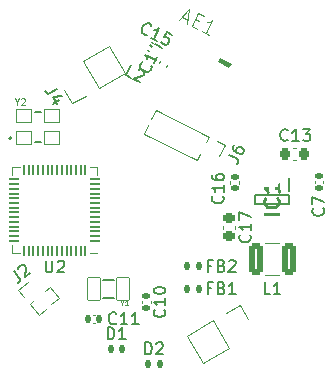
<source format=gbr>
%TF.GenerationSoftware,KiCad,Pcbnew,7.0.5-0*%
%TF.CreationDate,2023-09-08T15:05:08-04:00*%
%TF.ProjectId,rodentdbs,726f6465-6e74-4646-9273-2e6b69636164,rev?*%
%TF.SameCoordinates,Original*%
%TF.FileFunction,Legend,Top*%
%TF.FilePolarity,Positive*%
%FSLAX46Y46*%
G04 Gerber Fmt 4.6, Leading zero omitted, Abs format (unit mm)*
G04 Created by KiCad (PCBNEW 7.0.5-0) date 2023-09-08 15:05:08*
%MOMM*%
%LPD*%
G01*
G04 APERTURE LIST*
G04 Aperture macros list*
%AMRoundRect*
0 Rectangle with rounded corners*
0 $1 Rounding radius*
0 $2 $3 $4 $5 $6 $7 $8 $9 X,Y pos of 4 corners*
0 Add a 4 corners polygon primitive as box body*
4,1,4,$2,$3,$4,$5,$6,$7,$8,$9,$2,$3,0*
0 Add four circle primitives for the rounded corners*
1,1,$1+$1,$2,$3*
1,1,$1+$1,$4,$5*
1,1,$1+$1,$6,$7*
1,1,$1+$1,$8,$9*
0 Add four rect primitives between the rounded corners*
20,1,$1+$1,$2,$3,$4,$5,0*
20,1,$1+$1,$4,$5,$6,$7,0*
20,1,$1+$1,$6,$7,$8,$9,0*
20,1,$1+$1,$8,$9,$2,$3,0*%
%AMHorizOval*
0 Thick line with rounded ends*
0 $1 width*
0 $2 $3 position (X,Y) of the first rounded end (center of the circle)*
0 $4 $5 position (X,Y) of the second rounded end (center of the circle)*
0 Add line between two ends*
20,1,$1,$2,$3,$4,$5,0*
0 Add two circle primitives to create the rounded ends*
1,1,$1,$2,$3*
1,1,$1,$4,$5*%
%AMRotRect*
0 Rectangle, with rotation*
0 The origin of the aperture is its center*
0 $1 length*
0 $2 width*
0 $3 Rotation angle, in degrees counterclockwise*
0 Add horizontal line*
21,1,$1,$2,0,0,$3*%
G04 Aperture macros list end*
%ADD10C,0.254000*%
%ADD11C,0.150000*%
%ADD12C,0.048868*%
%ADD13C,0.040121*%
%ADD14C,0.101683*%
%ADD15C,0.200000*%
%ADD16C,0.120000*%
%ADD17C,0.100000*%
%ADD18C,0.127000*%
%ADD19R,0.550000X1.050000*%
%ADD20RotRect,1.000000X1.000000X243.440000*%
%ADD21HorizOval,1.000000X0.000000X0.000000X0.000000X0.000000X0*%
%ADD22RotRect,1.000000X1.000000X40.000000*%
%ADD23HorizOval,1.000000X0.000000X0.000000X0.000000X0.000000X0*%
%ADD24RotRect,1.700000X1.700000X300.000000*%
%ADD25HorizOval,1.700000X0.000000X0.000000X0.000000X0.000000X0*%
%ADD26RoundRect,0.250000X-0.375000X-1.075000X0.375000X-1.075000X0.375000X1.075000X-0.375000X1.075000X0*%
%ADD27RoundRect,0.140000X0.170000X-0.140000X0.170000X0.140000X-0.170000X0.140000X-0.170000X-0.140000X0*%
%ADD28RoundRect,0.225000X0.225000X0.250000X-0.225000X0.250000X-0.225000X-0.250000X0.225000X-0.250000X0*%
%ADD29RotRect,1.700000X1.700000X120.000000*%
%ADD30HorizOval,1.700000X0.000000X0.000000X0.000000X0.000000X0*%
%ADD31RoundRect,0.225000X-0.250000X0.225000X-0.250000X-0.225000X0.250000X-0.225000X0.250000X0.225000X0*%
%ADD32RoundRect,0.147500X-0.147500X-0.172500X0.147500X-0.172500X0.147500X0.172500X-0.147500X0.172500X0*%
%ADD33RoundRect,0.147500X0.209080X0.088307X-0.054765X0.220257X-0.209080X-0.088307X0.054765X-0.220257X0*%
%ADD34RoundRect,0.147500X0.147500X0.172500X-0.147500X0.172500X-0.147500X-0.172500X0.147500X-0.172500X0*%
%ADD35RoundRect,0.140000X-0.201254X-0.089425X0.049175X-0.214667X0.201254X0.089425X-0.049175X0.214667X0*%
%ADD36RoundRect,0.140000X0.089425X-0.201254X0.214667X0.049175X-0.089425X0.201254X-0.214667X-0.049175X0*%
%ADD37RoundRect,0.140000X-0.140000X-0.170000X0.140000X-0.170000X0.140000X0.170000X-0.140000X0.170000X0*%
%ADD38RoundRect,0.140000X-0.170000X0.140000X-0.170000X-0.140000X0.170000X-0.140000X0.170000X0.140000X0*%
%ADD39RoundRect,0.038100X-0.650000X-0.550000X0.650000X-0.550000X0.650000X0.550000X-0.650000X0.550000X0*%
%ADD40RoundRect,0.038100X-0.550000X-0.950000X0.550000X-0.950000X0.550000X0.950000X-0.550000X0.950000X0*%
%ADD41RoundRect,0.050000X0.387500X0.050000X-0.387500X0.050000X-0.387500X-0.050000X0.387500X-0.050000X0*%
%ADD42RoundRect,0.050000X0.050000X0.387500X-0.050000X0.387500X-0.050000X-0.387500X0.050000X-0.387500X0*%
%ADD43R,5.600000X5.600000*%
%ADD44RoundRect,0.038100X-0.894368X-0.670899X0.000099X-1.118034X0.894368X0.670899X-0.000099X1.118034X0*%
%ADD45RoundRect,0.038100X-1.408750X0.312925X1.095756X-0.939052X1.408750X-0.312925X-1.095756X0.939052X0*%
G04 APERTURE END LIST*
D10*
%TO.C,IC1*%
X155999318Y-128259762D02*
X154729318Y-128259762D01*
X155878365Y-126929285D02*
X155938842Y-126989761D01*
X155938842Y-126989761D02*
X155999318Y-127171190D01*
X155999318Y-127171190D02*
X155999318Y-127292142D01*
X155999318Y-127292142D02*
X155938842Y-127473571D01*
X155938842Y-127473571D02*
X155817889Y-127594523D01*
X155817889Y-127594523D02*
X155696937Y-127655000D01*
X155696937Y-127655000D02*
X155455032Y-127715476D01*
X155455032Y-127715476D02*
X155273603Y-127715476D01*
X155273603Y-127715476D02*
X155031699Y-127655000D01*
X155031699Y-127655000D02*
X154910746Y-127594523D01*
X154910746Y-127594523D02*
X154789794Y-127473571D01*
X154789794Y-127473571D02*
X154729318Y-127292142D01*
X154729318Y-127292142D02*
X154729318Y-127171190D01*
X154729318Y-127171190D02*
X154789794Y-126989761D01*
X154789794Y-126989761D02*
X154850270Y-126929285D01*
X155999318Y-125719761D02*
X155999318Y-126445476D01*
X155999318Y-126082619D02*
X154729318Y-126082619D01*
X154729318Y-126082619D02*
X154910746Y-126203571D01*
X154910746Y-126203571D02*
X155031699Y-126324523D01*
X155031699Y-126324523D02*
X155092175Y-126445476D01*
D11*
%TO.C,J6*%
X151763308Y-123244386D02*
X152402213Y-123563768D01*
X152402213Y-123563768D02*
X152508702Y-123670238D01*
X152508702Y-123670238D02*
X152551305Y-123798009D01*
X152551305Y-123798009D02*
X152530022Y-123947082D01*
X152530022Y-123947082D02*
X152487438Y-124032270D01*
X152167859Y-122435106D02*
X152082690Y-122605481D01*
X152082690Y-122605481D02*
X152082700Y-122711960D01*
X152082700Y-122711960D02*
X152104001Y-122775846D01*
X152104001Y-122775846D02*
X152189198Y-122924910D01*
X152189198Y-122924910D02*
X152338280Y-123052672D01*
X152338280Y-123052672D02*
X152679030Y-123223009D01*
X152679030Y-123223009D02*
X152785509Y-123223000D01*
X152785509Y-123223000D02*
X152849395Y-123201698D01*
X152849395Y-123201698D02*
X152934573Y-123137803D01*
X152934573Y-123137803D02*
X153019741Y-122967428D01*
X153019741Y-122967428D02*
X153019732Y-122860949D01*
X153019732Y-122860949D02*
X152998430Y-122797063D01*
X152998430Y-122797063D02*
X152934535Y-122711885D01*
X152934535Y-122711885D02*
X152721567Y-122605425D01*
X152721567Y-122605425D02*
X152615088Y-122605434D01*
X152615088Y-122605434D02*
X152551202Y-122626735D01*
X152551202Y-122626735D02*
X152466024Y-122690631D01*
X152466024Y-122690631D02*
X152380855Y-122861005D01*
X152380855Y-122861005D02*
X152380865Y-122967485D01*
X152380865Y-122967485D02*
X152402166Y-123031370D01*
X152402166Y-123031370D02*
X152466061Y-123116548D01*
%TO.C,J2*%
X133559691Y-133118184D02*
X134018825Y-133665359D01*
X134018825Y-133665359D02*
X134074173Y-133805403D01*
X134074173Y-133805403D02*
X134062434Y-133939577D01*
X134062434Y-133939577D02*
X133983608Y-134067882D01*
X133983608Y-134067882D02*
X133910652Y-134129100D01*
X133949213Y-132915660D02*
X133955083Y-132848573D01*
X133955083Y-132848573D02*
X133997431Y-132750877D01*
X133997431Y-132750877D02*
X134179822Y-132597832D01*
X134179822Y-132597832D02*
X134283388Y-132573093D01*
X134283388Y-132573093D02*
X134350475Y-132578962D01*
X134350475Y-132578962D02*
X134448171Y-132621310D01*
X134448171Y-132621310D02*
X134509389Y-132694266D01*
X134509389Y-132694266D02*
X134564737Y-132834310D01*
X134564737Y-132834310D02*
X134494305Y-133639357D01*
X134494305Y-133639357D02*
X134968523Y-133241441D01*
%TO.C,L1*%
X155278333Y-135074819D02*
X154802143Y-135074819D01*
X154802143Y-135074819D02*
X154802143Y-134074819D01*
X156135476Y-135074819D02*
X155564048Y-135074819D01*
X155849762Y-135074819D02*
X155849762Y-134074819D01*
X155849762Y-134074819D02*
X155754524Y-134217676D01*
X155754524Y-134217676D02*
X155659286Y-134312914D01*
X155659286Y-134312914D02*
X155564048Y-134360533D01*
%TO.C,C16*%
X151239916Y-126758458D02*
X151287536Y-126806077D01*
X151287536Y-126806077D02*
X151335155Y-126948934D01*
X151335155Y-126948934D02*
X151335155Y-127044172D01*
X151335155Y-127044172D02*
X151287536Y-127187029D01*
X151287536Y-127187029D02*
X151192297Y-127282267D01*
X151192297Y-127282267D02*
X151097059Y-127329886D01*
X151097059Y-127329886D02*
X150906583Y-127377505D01*
X150906583Y-127377505D02*
X150763726Y-127377505D01*
X150763726Y-127377505D02*
X150573250Y-127329886D01*
X150573250Y-127329886D02*
X150478012Y-127282267D01*
X150478012Y-127282267D02*
X150382774Y-127187029D01*
X150382774Y-127187029D02*
X150335155Y-127044172D01*
X150335155Y-127044172D02*
X150335155Y-126948934D01*
X150335155Y-126948934D02*
X150382774Y-126806077D01*
X150382774Y-126806077D02*
X150430393Y-126758458D01*
X151335155Y-125806077D02*
X151335155Y-126377505D01*
X151335155Y-126091791D02*
X150335155Y-126091791D01*
X150335155Y-126091791D02*
X150478012Y-126187029D01*
X150478012Y-126187029D02*
X150573250Y-126282267D01*
X150573250Y-126282267D02*
X150620869Y-126377505D01*
X150335155Y-124948934D02*
X150335155Y-125139410D01*
X150335155Y-125139410D02*
X150382774Y-125234648D01*
X150382774Y-125234648D02*
X150430393Y-125282267D01*
X150430393Y-125282267D02*
X150573250Y-125377505D01*
X150573250Y-125377505D02*
X150763726Y-125425124D01*
X150763726Y-125425124D02*
X151144678Y-125425124D01*
X151144678Y-125425124D02*
X151239916Y-125377505D01*
X151239916Y-125377505D02*
X151287536Y-125329886D01*
X151287536Y-125329886D02*
X151335155Y-125234648D01*
X151335155Y-125234648D02*
X151335155Y-125044172D01*
X151335155Y-125044172D02*
X151287536Y-124948934D01*
X151287536Y-124948934D02*
X151239916Y-124901315D01*
X151239916Y-124901315D02*
X151144678Y-124853696D01*
X151144678Y-124853696D02*
X150906583Y-124853696D01*
X150906583Y-124853696D02*
X150811345Y-124901315D01*
X150811345Y-124901315D02*
X150763726Y-124948934D01*
X150763726Y-124948934D02*
X150716107Y-125044172D01*
X150716107Y-125044172D02*
X150716107Y-125234648D01*
X150716107Y-125234648D02*
X150763726Y-125329886D01*
X150763726Y-125329886D02*
X150811345Y-125377505D01*
X150811345Y-125377505D02*
X150906583Y-125425124D01*
%TO.C,C13*%
X156749142Y-122002245D02*
X156701523Y-122049865D01*
X156701523Y-122049865D02*
X156558666Y-122097484D01*
X156558666Y-122097484D02*
X156463428Y-122097484D01*
X156463428Y-122097484D02*
X156320571Y-122049865D01*
X156320571Y-122049865D02*
X156225333Y-121954626D01*
X156225333Y-121954626D02*
X156177714Y-121859388D01*
X156177714Y-121859388D02*
X156130095Y-121668912D01*
X156130095Y-121668912D02*
X156130095Y-121526055D01*
X156130095Y-121526055D02*
X156177714Y-121335579D01*
X156177714Y-121335579D02*
X156225333Y-121240341D01*
X156225333Y-121240341D02*
X156320571Y-121145103D01*
X156320571Y-121145103D02*
X156463428Y-121097484D01*
X156463428Y-121097484D02*
X156558666Y-121097484D01*
X156558666Y-121097484D02*
X156701523Y-121145103D01*
X156701523Y-121145103D02*
X156749142Y-121192722D01*
X157701523Y-122097484D02*
X157130095Y-122097484D01*
X157415809Y-122097484D02*
X157415809Y-121097484D01*
X157415809Y-121097484D02*
X157320571Y-121240341D01*
X157320571Y-121240341D02*
X157225333Y-121335579D01*
X157225333Y-121335579D02*
X157130095Y-121383198D01*
X158034857Y-121097484D02*
X158653904Y-121097484D01*
X158653904Y-121097484D02*
X158320571Y-121478436D01*
X158320571Y-121478436D02*
X158463428Y-121478436D01*
X158463428Y-121478436D02*
X158558666Y-121526055D01*
X158558666Y-121526055D02*
X158606285Y-121573674D01*
X158606285Y-121573674D02*
X158653904Y-121668912D01*
X158653904Y-121668912D02*
X158653904Y-121907007D01*
X158653904Y-121907007D02*
X158606285Y-122002245D01*
X158606285Y-122002245D02*
X158558666Y-122049865D01*
X158558666Y-122049865D02*
X158463428Y-122097484D01*
X158463428Y-122097484D02*
X158177714Y-122097484D01*
X158177714Y-122097484D02*
X158082476Y-122049865D01*
X158082476Y-122049865D02*
X158034857Y-122002245D01*
%TO.C,J4*%
X137259756Y-117706760D02*
X136641167Y-118063903D01*
X136641167Y-118063903D02*
X136493639Y-118094092D01*
X136493639Y-118094092D02*
X136363542Y-118059232D01*
X136363542Y-118059232D02*
X136250874Y-117959324D01*
X136250874Y-117959324D02*
X136203255Y-117876845D01*
X137423462Y-118656973D02*
X136846112Y-118990307D01*
X137634329Y-118260301D02*
X136896692Y-118411247D01*
X136896692Y-118411247D02*
X137206216Y-118947358D01*
%TO.C,C17*%
X153554580Y-130042857D02*
X153602200Y-130090476D01*
X153602200Y-130090476D02*
X153649819Y-130233333D01*
X153649819Y-130233333D02*
X153649819Y-130328571D01*
X153649819Y-130328571D02*
X153602200Y-130471428D01*
X153602200Y-130471428D02*
X153506961Y-130566666D01*
X153506961Y-130566666D02*
X153411723Y-130614285D01*
X153411723Y-130614285D02*
X153221247Y-130661904D01*
X153221247Y-130661904D02*
X153078390Y-130661904D01*
X153078390Y-130661904D02*
X152887914Y-130614285D01*
X152887914Y-130614285D02*
X152792676Y-130566666D01*
X152792676Y-130566666D02*
X152697438Y-130471428D01*
X152697438Y-130471428D02*
X152649819Y-130328571D01*
X152649819Y-130328571D02*
X152649819Y-130233333D01*
X152649819Y-130233333D02*
X152697438Y-130090476D01*
X152697438Y-130090476D02*
X152745057Y-130042857D01*
X153649819Y-129090476D02*
X153649819Y-129661904D01*
X153649819Y-129376190D02*
X152649819Y-129376190D01*
X152649819Y-129376190D02*
X152792676Y-129471428D01*
X152792676Y-129471428D02*
X152887914Y-129566666D01*
X152887914Y-129566666D02*
X152935533Y-129661904D01*
X152649819Y-128757142D02*
X152649819Y-128090476D01*
X152649819Y-128090476D02*
X153649819Y-128519047D01*
%TO.C,C7*%
X159744580Y-127801666D02*
X159792200Y-127849285D01*
X159792200Y-127849285D02*
X159839819Y-127992142D01*
X159839819Y-127992142D02*
X159839819Y-128087380D01*
X159839819Y-128087380D02*
X159792200Y-128230237D01*
X159792200Y-128230237D02*
X159696961Y-128325475D01*
X159696961Y-128325475D02*
X159601723Y-128373094D01*
X159601723Y-128373094D02*
X159411247Y-128420713D01*
X159411247Y-128420713D02*
X159268390Y-128420713D01*
X159268390Y-128420713D02*
X159077914Y-128373094D01*
X159077914Y-128373094D02*
X158982676Y-128325475D01*
X158982676Y-128325475D02*
X158887438Y-128230237D01*
X158887438Y-128230237D02*
X158839819Y-128087380D01*
X158839819Y-128087380D02*
X158839819Y-127992142D01*
X158839819Y-127992142D02*
X158887438Y-127849285D01*
X158887438Y-127849285D02*
X158935057Y-127801666D01*
X158839819Y-127468332D02*
X158839819Y-126801666D01*
X158839819Y-126801666D02*
X159839819Y-127230237D01*
%TO.C,FB2*%
X150296666Y-132646009D02*
X149963333Y-132646009D01*
X149963333Y-133169819D02*
X149963333Y-132169819D01*
X149963333Y-132169819D02*
X150439523Y-132169819D01*
X151153809Y-132646009D02*
X151296666Y-132693628D01*
X151296666Y-132693628D02*
X151344285Y-132741247D01*
X151344285Y-132741247D02*
X151391904Y-132836485D01*
X151391904Y-132836485D02*
X151391904Y-132979342D01*
X151391904Y-132979342D02*
X151344285Y-133074580D01*
X151344285Y-133074580D02*
X151296666Y-133122200D01*
X151296666Y-133122200D02*
X151201428Y-133169819D01*
X151201428Y-133169819D02*
X150820476Y-133169819D01*
X150820476Y-133169819D02*
X150820476Y-132169819D01*
X150820476Y-132169819D02*
X151153809Y-132169819D01*
X151153809Y-132169819D02*
X151249047Y-132217438D01*
X151249047Y-132217438D02*
X151296666Y-132265057D01*
X151296666Y-132265057D02*
X151344285Y-132360295D01*
X151344285Y-132360295D02*
X151344285Y-132455533D01*
X151344285Y-132455533D02*
X151296666Y-132550771D01*
X151296666Y-132550771D02*
X151249047Y-132598390D01*
X151249047Y-132598390D02*
X151153809Y-132646009D01*
X151153809Y-132646009D02*
X150820476Y-132646009D01*
X151772857Y-132265057D02*
X151820476Y-132217438D01*
X151820476Y-132217438D02*
X151915714Y-132169819D01*
X151915714Y-132169819D02*
X152153809Y-132169819D01*
X152153809Y-132169819D02*
X152249047Y-132217438D01*
X152249047Y-132217438D02*
X152296666Y-132265057D01*
X152296666Y-132265057D02*
X152344285Y-132360295D01*
X152344285Y-132360295D02*
X152344285Y-132455533D01*
X152344285Y-132455533D02*
X152296666Y-132598390D01*
X152296666Y-132598390D02*
X151725238Y-133169819D01*
X151725238Y-133169819D02*
X152344285Y-133169819D01*
%TO.C,FB1*%
X150296666Y-134551009D02*
X149963333Y-134551009D01*
X149963333Y-135074819D02*
X149963333Y-134074819D01*
X149963333Y-134074819D02*
X150439523Y-134074819D01*
X151153809Y-134551009D02*
X151296666Y-134598628D01*
X151296666Y-134598628D02*
X151344285Y-134646247D01*
X151344285Y-134646247D02*
X151391904Y-134741485D01*
X151391904Y-134741485D02*
X151391904Y-134884342D01*
X151391904Y-134884342D02*
X151344285Y-134979580D01*
X151344285Y-134979580D02*
X151296666Y-135027200D01*
X151296666Y-135027200D02*
X151201428Y-135074819D01*
X151201428Y-135074819D02*
X150820476Y-135074819D01*
X150820476Y-135074819D02*
X150820476Y-134074819D01*
X150820476Y-134074819D02*
X151153809Y-134074819D01*
X151153809Y-134074819D02*
X151249047Y-134122438D01*
X151249047Y-134122438D02*
X151296666Y-134170057D01*
X151296666Y-134170057D02*
X151344285Y-134265295D01*
X151344285Y-134265295D02*
X151344285Y-134360533D01*
X151344285Y-134360533D02*
X151296666Y-134455771D01*
X151296666Y-134455771D02*
X151249047Y-134503390D01*
X151249047Y-134503390D02*
X151153809Y-134551009D01*
X151153809Y-134551009D02*
X150820476Y-134551009D01*
X152344285Y-135074819D02*
X151772857Y-135074819D01*
X152058571Y-135074819D02*
X152058571Y-134074819D01*
X152058571Y-134074819D02*
X151963333Y-134217676D01*
X151963333Y-134217676D02*
X151868095Y-134312914D01*
X151868095Y-134312914D02*
X151772857Y-134360533D01*
%TO.C,L2*%
X143470391Y-116731735D02*
X143044491Y-116518740D01*
X143044491Y-116518740D02*
X143491782Y-115624351D01*
X144130622Y-116050324D02*
X144194512Y-116029034D01*
X144194512Y-116029034D02*
X144300991Y-116029043D01*
X144300991Y-116029043D02*
X144513941Y-116135541D01*
X144513941Y-116135541D02*
X144577821Y-116220730D01*
X144577821Y-116220730D02*
X144599111Y-116284619D01*
X144599111Y-116284619D02*
X144599102Y-116391099D01*
X144599102Y-116391099D02*
X144556503Y-116476278D01*
X144556503Y-116476278D02*
X144450014Y-116582749D01*
X144450014Y-116582749D02*
X143683341Y-116838233D01*
X143683341Y-116838233D02*
X144237010Y-117115127D01*
%TO.C,D2*%
X144676905Y-140154819D02*
X144676905Y-139154819D01*
X144676905Y-139154819D02*
X144915000Y-139154819D01*
X144915000Y-139154819D02*
X145057857Y-139202438D01*
X145057857Y-139202438D02*
X145153095Y-139297676D01*
X145153095Y-139297676D02*
X145200714Y-139392914D01*
X145200714Y-139392914D02*
X145248333Y-139583390D01*
X145248333Y-139583390D02*
X145248333Y-139726247D01*
X145248333Y-139726247D02*
X145200714Y-139916723D01*
X145200714Y-139916723D02*
X145153095Y-140011961D01*
X145153095Y-140011961D02*
X145057857Y-140107200D01*
X145057857Y-140107200D02*
X144915000Y-140154819D01*
X144915000Y-140154819D02*
X144676905Y-140154819D01*
X145629286Y-139250057D02*
X145676905Y-139202438D01*
X145676905Y-139202438D02*
X145772143Y-139154819D01*
X145772143Y-139154819D02*
X146010238Y-139154819D01*
X146010238Y-139154819D02*
X146105476Y-139202438D01*
X146105476Y-139202438D02*
X146153095Y-139250057D01*
X146153095Y-139250057D02*
X146200714Y-139345295D01*
X146200714Y-139345295D02*
X146200714Y-139440533D01*
X146200714Y-139440533D02*
X146153095Y-139583390D01*
X146153095Y-139583390D02*
X145581667Y-140154819D01*
X145581667Y-140154819D02*
X146200714Y-140154819D01*
%TO.C,D1*%
X141501905Y-138884819D02*
X141501905Y-137884819D01*
X141501905Y-137884819D02*
X141740000Y-137884819D01*
X141740000Y-137884819D02*
X141882857Y-137932438D01*
X141882857Y-137932438D02*
X141978095Y-138027676D01*
X141978095Y-138027676D02*
X142025714Y-138122914D01*
X142025714Y-138122914D02*
X142073333Y-138313390D01*
X142073333Y-138313390D02*
X142073333Y-138456247D01*
X142073333Y-138456247D02*
X142025714Y-138646723D01*
X142025714Y-138646723D02*
X141978095Y-138741961D01*
X141978095Y-138741961D02*
X141882857Y-138837200D01*
X141882857Y-138837200D02*
X141740000Y-138884819D01*
X141740000Y-138884819D02*
X141501905Y-138884819D01*
X143025714Y-138884819D02*
X142454286Y-138884819D01*
X142740000Y-138884819D02*
X142740000Y-137884819D01*
X142740000Y-137884819D02*
X142644762Y-138027676D01*
X142644762Y-138027676D02*
X142549524Y-138122914D01*
X142549524Y-138122914D02*
X142454286Y-138170533D01*
%TO.C,C15*%
X144858035Y-113081869D02*
X144794146Y-113103160D01*
X144794146Y-113103160D02*
X144645076Y-113081851D01*
X144645076Y-113081851D02*
X144559896Y-113039252D01*
X144559896Y-113039252D02*
X144453426Y-112932763D01*
X144453426Y-112932763D02*
X144410845Y-112804984D01*
X144410845Y-112804984D02*
X144410855Y-112698505D01*
X144410855Y-112698505D02*
X144453463Y-112506846D01*
X144453463Y-112506846D02*
X144517362Y-112379076D01*
X144517362Y-112379076D02*
X144645150Y-112230016D01*
X144645150Y-112230016D02*
X144730339Y-112166135D01*
X144730339Y-112166135D02*
X144858118Y-112123555D01*
X144858118Y-112123555D02*
X145007187Y-112144863D01*
X145007187Y-112144863D02*
X145092367Y-112187462D01*
X145092367Y-112187462D02*
X145198837Y-112293951D01*
X145198837Y-112293951D02*
X145220128Y-112357841D01*
X145667235Y-113593041D02*
X145156155Y-113337446D01*
X145411695Y-113465243D02*
X145858986Y-112570855D01*
X145858986Y-112570855D02*
X145709907Y-112656025D01*
X145709907Y-112656025D02*
X145582128Y-112698606D01*
X145582128Y-112698606D02*
X145475649Y-112698597D01*
X146923734Y-113103344D02*
X146497835Y-112890348D01*
X146497835Y-112890348D02*
X146242249Y-113294948D01*
X146242249Y-113294948D02*
X146306139Y-113273658D01*
X146306139Y-113273658D02*
X146412618Y-113273667D01*
X146412618Y-113273667D02*
X146625568Y-113380165D01*
X146625568Y-113380165D02*
X146689448Y-113465354D01*
X146689448Y-113465354D02*
X146710739Y-113529243D01*
X146710739Y-113529243D02*
X146710729Y-113635723D01*
X146710729Y-113635723D02*
X146604232Y-113848672D01*
X146604232Y-113848672D02*
X146519042Y-113912552D01*
X146519042Y-113912552D02*
X146455153Y-113933843D01*
X146455153Y-113933843D02*
X146348674Y-113933834D01*
X146348674Y-113933834D02*
X146135724Y-113827336D01*
X146135724Y-113827336D02*
X146071844Y-113742147D01*
X146071844Y-113742147D02*
X146050553Y-113678257D01*
%TO.C,C14*%
X145201569Y-115786944D02*
X145222860Y-115850833D01*
X145222860Y-115850833D02*
X145201551Y-115999903D01*
X145201551Y-115999903D02*
X145158952Y-116085083D01*
X145158952Y-116085083D02*
X145052463Y-116191553D01*
X145052463Y-116191553D02*
X144924684Y-116234134D01*
X144924684Y-116234134D02*
X144818205Y-116234124D01*
X144818205Y-116234124D02*
X144626546Y-116191516D01*
X144626546Y-116191516D02*
X144498776Y-116127617D01*
X144498776Y-116127617D02*
X144349716Y-115999829D01*
X144349716Y-115999829D02*
X144285835Y-115914640D01*
X144285835Y-115914640D02*
X144243255Y-115786861D01*
X144243255Y-115786861D02*
X144264563Y-115637792D01*
X144264563Y-115637792D02*
X144307162Y-115552612D01*
X144307162Y-115552612D02*
X144413651Y-115446142D01*
X144413651Y-115446142D02*
X144477541Y-115424851D01*
X145712741Y-114977744D02*
X145457146Y-115488824D01*
X145584943Y-115233284D02*
X144690555Y-114785993D01*
X144690555Y-114785993D02*
X144775725Y-114935072D01*
X144775725Y-114935072D02*
X144818306Y-115062851D01*
X144818306Y-115062851D02*
X144818297Y-115169330D01*
X145499874Y-113912932D02*
X146096133Y-114211126D01*
X145052656Y-113955485D02*
X145585008Y-114487928D01*
X145585008Y-114487928D02*
X145861902Y-113934259D01*
%TO.C,C11*%
X142232142Y-137519580D02*
X142184523Y-137567200D01*
X142184523Y-137567200D02*
X142041666Y-137614819D01*
X142041666Y-137614819D02*
X141946428Y-137614819D01*
X141946428Y-137614819D02*
X141803571Y-137567200D01*
X141803571Y-137567200D02*
X141708333Y-137471961D01*
X141708333Y-137471961D02*
X141660714Y-137376723D01*
X141660714Y-137376723D02*
X141613095Y-137186247D01*
X141613095Y-137186247D02*
X141613095Y-137043390D01*
X141613095Y-137043390D02*
X141660714Y-136852914D01*
X141660714Y-136852914D02*
X141708333Y-136757676D01*
X141708333Y-136757676D02*
X141803571Y-136662438D01*
X141803571Y-136662438D02*
X141946428Y-136614819D01*
X141946428Y-136614819D02*
X142041666Y-136614819D01*
X142041666Y-136614819D02*
X142184523Y-136662438D01*
X142184523Y-136662438D02*
X142232142Y-136710057D01*
X143184523Y-137614819D02*
X142613095Y-137614819D01*
X142898809Y-137614819D02*
X142898809Y-136614819D01*
X142898809Y-136614819D02*
X142803571Y-136757676D01*
X142803571Y-136757676D02*
X142708333Y-136852914D01*
X142708333Y-136852914D02*
X142613095Y-136900533D01*
X144136904Y-137614819D02*
X143565476Y-137614819D01*
X143851190Y-137614819D02*
X143851190Y-136614819D01*
X143851190Y-136614819D02*
X143755952Y-136757676D01*
X143755952Y-136757676D02*
X143660714Y-136852914D01*
X143660714Y-136852914D02*
X143565476Y-136900533D01*
%TO.C,C10*%
X146299580Y-136377857D02*
X146347200Y-136425476D01*
X146347200Y-136425476D02*
X146394819Y-136568333D01*
X146394819Y-136568333D02*
X146394819Y-136663571D01*
X146394819Y-136663571D02*
X146347200Y-136806428D01*
X146347200Y-136806428D02*
X146251961Y-136901666D01*
X146251961Y-136901666D02*
X146156723Y-136949285D01*
X146156723Y-136949285D02*
X145966247Y-136996904D01*
X145966247Y-136996904D02*
X145823390Y-136996904D01*
X145823390Y-136996904D02*
X145632914Y-136949285D01*
X145632914Y-136949285D02*
X145537676Y-136901666D01*
X145537676Y-136901666D02*
X145442438Y-136806428D01*
X145442438Y-136806428D02*
X145394819Y-136663571D01*
X145394819Y-136663571D02*
X145394819Y-136568333D01*
X145394819Y-136568333D02*
X145442438Y-136425476D01*
X145442438Y-136425476D02*
X145490057Y-136377857D01*
X146394819Y-135425476D02*
X146394819Y-135996904D01*
X146394819Y-135711190D02*
X145394819Y-135711190D01*
X145394819Y-135711190D02*
X145537676Y-135806428D01*
X145537676Y-135806428D02*
X145632914Y-135901666D01*
X145632914Y-135901666D02*
X145680533Y-135996904D01*
X145394819Y-134806428D02*
X145394819Y-134711190D01*
X145394819Y-134711190D02*
X145442438Y-134615952D01*
X145442438Y-134615952D02*
X145490057Y-134568333D01*
X145490057Y-134568333D02*
X145585295Y-134520714D01*
X145585295Y-134520714D02*
X145775771Y-134473095D01*
X145775771Y-134473095D02*
X146013866Y-134473095D01*
X146013866Y-134473095D02*
X146204342Y-134520714D01*
X146204342Y-134520714D02*
X146299580Y-134568333D01*
X146299580Y-134568333D02*
X146347200Y-134615952D01*
X146347200Y-134615952D02*
X146394819Y-134711190D01*
X146394819Y-134711190D02*
X146394819Y-134806428D01*
X146394819Y-134806428D02*
X146347200Y-134901666D01*
X146347200Y-134901666D02*
X146299580Y-134949285D01*
X146299580Y-134949285D02*
X146204342Y-134996904D01*
X146204342Y-134996904D02*
X146013866Y-135044523D01*
X146013866Y-135044523D02*
X145775771Y-135044523D01*
X145775771Y-135044523D02*
X145585295Y-134996904D01*
X145585295Y-134996904D02*
X145490057Y-134949285D01*
X145490057Y-134949285D02*
X145442438Y-134901666D01*
X145442438Y-134901666D02*
X145394819Y-134806428D01*
D12*
%TO.C,Y2*%
X133835506Y-118769751D02*
X133835506Y-119037363D01*
X133648178Y-118475378D02*
X133835506Y-118769751D01*
X133835506Y-118769751D02*
X134022835Y-118475378D01*
X134183401Y-118528900D02*
X134210162Y-118502139D01*
X134210162Y-118502139D02*
X134263685Y-118475378D01*
X134263685Y-118475378D02*
X134397491Y-118475378D01*
X134397491Y-118475378D02*
X134451013Y-118502139D01*
X134451013Y-118502139D02*
X134477774Y-118528900D01*
X134477774Y-118528900D02*
X134504536Y-118582422D01*
X134504536Y-118582422D02*
X134504536Y-118635945D01*
X134504536Y-118635945D02*
X134477774Y-118716228D01*
X134477774Y-118716228D02*
X134156640Y-119037363D01*
X134156640Y-119037363D02*
X134504536Y-119037363D01*
D13*
%TO.C,Y1*%
X142704809Y-135799121D02*
X142704809Y-136018829D01*
X142551013Y-135557441D02*
X142704809Y-135799121D01*
X142704809Y-135799121D02*
X142858605Y-135557441D01*
X143254080Y-136018829D02*
X142990430Y-136018829D01*
X143122255Y-136018829D02*
X143122255Y-135557441D01*
X143122255Y-135557441D02*
X143078313Y-135623354D01*
X143078313Y-135623354D02*
X143034372Y-135667296D01*
X143034372Y-135667296D02*
X142990430Y-135689267D01*
D11*
%TO.C,U2*%
X136268095Y-132224819D02*
X136268095Y-133034342D01*
X136268095Y-133034342D02*
X136315714Y-133129580D01*
X136315714Y-133129580D02*
X136363333Y-133177200D01*
X136363333Y-133177200D02*
X136458571Y-133224819D01*
X136458571Y-133224819D02*
X136649047Y-133224819D01*
X136649047Y-133224819D02*
X136744285Y-133177200D01*
X136744285Y-133177200D02*
X136791904Y-133129580D01*
X136791904Y-133129580D02*
X136839523Y-133034342D01*
X136839523Y-133034342D02*
X136839523Y-132224819D01*
X137268095Y-132320057D02*
X137315714Y-132272438D01*
X137315714Y-132272438D02*
X137410952Y-132224819D01*
X137410952Y-132224819D02*
X137649047Y-132224819D01*
X137649047Y-132224819D02*
X137744285Y-132272438D01*
X137744285Y-132272438D02*
X137791904Y-132320057D01*
X137791904Y-132320057D02*
X137839523Y-132415295D01*
X137839523Y-132415295D02*
X137839523Y-132510533D01*
X137839523Y-132510533D02*
X137791904Y-132653390D01*
X137791904Y-132653390D02*
X137220476Y-133224819D01*
X137220476Y-133224819D02*
X137839523Y-133224819D01*
D14*
%TO.C,AE1*%
X147813274Y-111566348D02*
X148311345Y-111815329D01*
X147564271Y-111815395D02*
X148435781Y-110943731D01*
X148435781Y-110943731D02*
X148261571Y-112163968D01*
X148884100Y-111790376D02*
X149232751Y-111964662D01*
X149108293Y-112587236D02*
X148610221Y-112338255D01*
X148610221Y-112338255D02*
X149133082Y-111292304D01*
X149133082Y-111292304D02*
X149631153Y-111541285D01*
X150104437Y-113085198D02*
X149506751Y-112786421D01*
X149805594Y-112935809D02*
X150328454Y-111889859D01*
X150328454Y-111889859D02*
X150154145Y-111989484D01*
X150154145Y-111989484D02*
X150004735Y-112039302D01*
X150004735Y-112039302D02*
X149880222Y-112039313D01*
D15*
%TO.C,IC1*%
X156900000Y-125245000D02*
X156900000Y-126295000D01*
X156875000Y-126645000D02*
X156875000Y-127395000D01*
X153975000Y-126645000D02*
X156875000Y-126645000D01*
X156875000Y-127395000D02*
X153975000Y-127395000D01*
X153975000Y-127395000D02*
X153975000Y-126645000D01*
D16*
%TO.C,J6*%
X144932838Y-120753065D02*
X144574026Y-121470848D01*
X151412004Y-122407157D02*
X150915685Y-123400015D01*
X150732210Y-122067335D02*
X151412004Y-122407157D01*
X150052415Y-121727513D02*
X145566665Y-119485132D01*
X145566665Y-119485132D02*
X145207853Y-120202915D01*
X149304148Y-123224377D02*
X149059776Y-123713229D01*
X150052415Y-121727513D02*
X149808043Y-122216365D01*
X149059776Y-123713229D02*
X144574026Y-121470848D01*
%TO.C,J2*%
X136175162Y-134840002D02*
X136593828Y-134488700D01*
X134893209Y-135915688D02*
X135311875Y-135564386D01*
X133916172Y-134751300D02*
X134766481Y-134037806D01*
X134893209Y-135915688D02*
X135667768Y-136838772D01*
X135667768Y-136838772D02*
X136282496Y-136322954D01*
X134404691Y-135333494D02*
X133916172Y-134751300D01*
X136593828Y-134488700D02*
X137368387Y-135411783D01*
X136753659Y-135927601D02*
X137368387Y-135411783D01*
%TO.C,J3*%
X151564852Y-136643186D02*
X152716666Y-135978186D01*
X148213334Y-138578186D02*
X149543334Y-140881814D01*
X150465000Y-137278186D02*
X148213334Y-138578186D01*
X150465000Y-137278186D02*
X151795000Y-139581814D01*
X152716666Y-135978186D02*
X153381666Y-137130000D01*
X151795000Y-139581814D02*
X149543334Y-140881814D01*
%TO.C,L1*%
X154842936Y-133440000D02*
X156047064Y-133440000D01*
X154842936Y-130720000D02*
X156047064Y-130720000D01*
%TO.C,C16*%
X152630000Y-125697836D02*
X152630000Y-125482164D01*
X151910000Y-125697836D02*
X151910000Y-125482164D01*
%TO.C,C13*%
X157480580Y-122680000D02*
X157199420Y-122680000D01*
X157480580Y-123700000D02*
X157199420Y-123700000D01*
%TO.C,J4*%
X139637122Y-118254840D02*
X138485308Y-118919840D01*
X142988640Y-116319840D02*
X141658640Y-114016212D01*
X140736974Y-117619840D02*
X142988640Y-116319840D01*
X140736974Y-117619840D02*
X139406974Y-115316212D01*
X138485308Y-118919840D02*
X137820308Y-117768026D01*
X139406974Y-115316212D02*
X141658640Y-114016212D01*
%TO.C,C17*%
X151255000Y-129259420D02*
X151255000Y-129540580D01*
X152275000Y-129259420D02*
X152275000Y-129540580D01*
%TO.C,C7*%
X159025000Y-125682836D02*
X159025000Y-125467164D01*
X159745000Y-125682836D02*
X159745000Y-125467164D01*
D17*
%TO.C,D2*%
X146555000Y-140970000D02*
G75*
G03*
X146555000Y-140970000I-50000J0D01*
G01*
%TO.C,D1*%
X143380000Y-139700000D02*
G75*
G03*
X143380000Y-139700000I-50000J0D01*
G01*
D16*
%TO.C,C15*%
X145139557Y-113715086D02*
X145332452Y-113811554D01*
X144817508Y-114359046D02*
X145010403Y-114455514D01*
%TO.C,C14*%
X146478746Y-115827472D02*
X146575214Y-115634577D01*
X145834786Y-115505423D02*
X145931254Y-115312528D01*
%TO.C,C11*%
X140227164Y-137520000D02*
X140442836Y-137520000D01*
X140227164Y-136800000D02*
X140442836Y-136800000D01*
%TO.C,C10*%
X144420000Y-135627164D02*
X144420000Y-135842836D01*
X145140000Y-135627164D02*
X145140000Y-135842836D01*
D15*
%TO.C,Y2*%
X133366724Y-121882381D02*
G75*
G03*
X133366724Y-121882381I-100000J0D01*
G01*
D18*
X135886724Y-119662381D02*
X135346724Y-119662381D01*
X135346724Y-122162381D02*
X135886724Y-122162381D01*
%TO.C,Y1*%
X142025000Y-135370000D02*
X141145000Y-135370000D01*
X142025000Y-133870000D02*
X141145000Y-133870000D01*
D16*
%TO.C,U2*%
X133420000Y-131560000D02*
X133420000Y-130910000D01*
X134070000Y-131560000D02*
X133420000Y-131560000D01*
X140640000Y-124340000D02*
X140640000Y-124990000D01*
X139990000Y-124340000D02*
X140640000Y-124340000D01*
X139990000Y-131560000D02*
X140640000Y-131560000D01*
X134070000Y-124340000D02*
X133420000Y-124340000D01*
X133420000Y-124340000D02*
X133420000Y-124990000D01*
%TO.C,AE1*%
G36*
X151998582Y-115540832D02*
G01*
X151819576Y-115898923D01*
X150832907Y-115405697D01*
X151011913Y-115047607D01*
X151998582Y-115540832D01*
G37*
%TD*%
%LPC*%
D19*
%TO.C,IC1*%
X156375000Y-125770000D03*
X155425000Y-125770000D03*
X154475000Y-125770000D03*
X154475000Y-128270000D03*
X156375000Y-128270000D03*
%TD*%
D20*
%TO.C,J6*%
X150235890Y-123060193D03*
D21*
X149099917Y-122492332D03*
X147963945Y-121924471D03*
X146827972Y-121356610D03*
X145692000Y-120788749D03*
%TD*%
D22*
%TO.C,J2*%
X135255000Y-134620000D03*
D23*
X136071340Y-135592876D03*
%TD*%
D24*
%TO.C,J3*%
X152229852Y-137795000D03*
D25*
X150030148Y-139065000D03*
%TD*%
D26*
%TO.C,L1*%
X154045000Y-132080000D03*
X156845000Y-132080000D03*
%TD*%
D27*
%TO.C,C16*%
X152270000Y-126070000D03*
X152270000Y-125110000D03*
%TD*%
D28*
%TO.C,C13*%
X158115000Y-123190000D03*
X156565000Y-123190000D03*
%TD*%
D29*
%TO.C,J4*%
X138972122Y-117103026D03*
D30*
X141171826Y-115833026D03*
%TD*%
D31*
%TO.C,C17*%
X151765000Y-128625000D03*
X151765000Y-130175000D03*
%TD*%
D27*
%TO.C,C7*%
X159385000Y-125095000D03*
X159385000Y-126055000D03*
%TD*%
D32*
%TO.C,FB2*%
X149225000Y-132715000D03*
X148255000Y-132715000D03*
%TD*%
%TO.C,FB1*%
X149225000Y-134620000D03*
X148255000Y-134620000D03*
%TD*%
D33*
%TO.C,L2*%
X143912444Y-115136128D03*
X144780000Y-115570000D03*
%TD*%
D34*
%TO.C,D2*%
X144930000Y-140970000D03*
X145900000Y-140970000D03*
%TD*%
%TO.C,D1*%
X142725000Y-139700000D03*
X141755000Y-139700000D03*
%TD*%
D35*
%TO.C,C15*%
X145504287Y-114300000D03*
X144645673Y-113870600D03*
%TD*%
D36*
%TO.C,C14*%
X145990300Y-115999307D03*
X146419700Y-115140693D03*
%TD*%
D37*
%TO.C,C11*%
X139855000Y-137160000D03*
X140815000Y-137160000D03*
%TD*%
D38*
%TO.C,C10*%
X144780000Y-135255000D03*
X144780000Y-136215000D03*
%TD*%
D39*
%TO.C,Y2*%
X134466724Y-120012381D03*
X136766724Y-120012381D03*
X136766724Y-121812381D03*
X134466724Y-121812381D03*
%TD*%
D40*
%TO.C,Y1*%
X142835000Y-134620000D03*
X140335000Y-134620000D03*
%TD*%
D41*
%TO.C,U2*%
X140467500Y-130550000D03*
X140467500Y-130150000D03*
X140467500Y-129750000D03*
X140467500Y-129350000D03*
X140467500Y-128950000D03*
X140467500Y-128550000D03*
X140467500Y-128150000D03*
X140467500Y-127750000D03*
X140467500Y-127350000D03*
X140467500Y-126950000D03*
X140467500Y-126550000D03*
X140467500Y-126150000D03*
X140467500Y-125750000D03*
X140467500Y-125350000D03*
D42*
X139630000Y-124512500D03*
X139230000Y-124512500D03*
X138830000Y-124512500D03*
X138430000Y-124512500D03*
X138030000Y-124512500D03*
X137630000Y-124512500D03*
X137230000Y-124512500D03*
X136830000Y-124512500D03*
X136430000Y-124512500D03*
X136030000Y-124512500D03*
X135630000Y-124512500D03*
X135230000Y-124512500D03*
X134830000Y-124512500D03*
X134430000Y-124512500D03*
D41*
X133592500Y-125350000D03*
X133592500Y-125750000D03*
X133592500Y-126150000D03*
X133592500Y-126550000D03*
X133592500Y-126950000D03*
X133592500Y-127350000D03*
X133592500Y-127750000D03*
X133592500Y-128150000D03*
X133592500Y-128550000D03*
X133592500Y-128950000D03*
X133592500Y-129350000D03*
X133592500Y-129750000D03*
X133592500Y-130150000D03*
X133592500Y-130550000D03*
D42*
X134430000Y-131387500D03*
X134830000Y-131387500D03*
X135230000Y-131387500D03*
X135630000Y-131387500D03*
X136030000Y-131387500D03*
X136430000Y-131387500D03*
X136830000Y-131387500D03*
X137230000Y-131387500D03*
X137630000Y-131387500D03*
X138030000Y-131387500D03*
X138430000Y-131387500D03*
X138830000Y-131387500D03*
X139230000Y-131387500D03*
X139630000Y-131387500D03*
D43*
X137030000Y-127950000D03*
%TD*%
D44*
%TO.C,AE1*%
X150209669Y-114870170D03*
X154860895Y-117195270D03*
D45*
X152155217Y-116793017D03*
X152915347Y-115272423D03*
%TD*%
%LPD*%
M02*

</source>
